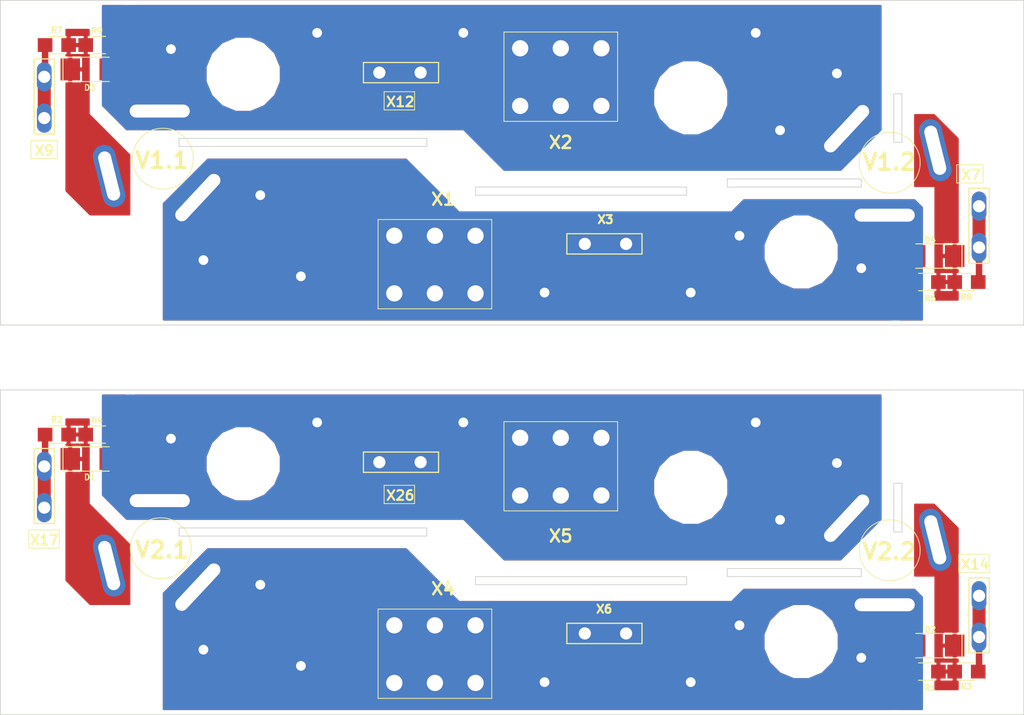
<source format=kicad_pcb>
(kicad_pcb (version 20171130) (host pcbnew "(5.0.0)")
  (title_block (title "Tiristorių plokštė SWEGON") (date 2018-11-05) (rev 3) (company "VENTMATIKA, UAB"))
  (layers (0 F.Cu signal) (31 B.Cu signal hide) (34 B.Paste user hide) (35 F.Paste user hide) (36 B.SilkS user hide) (37 F.SilkS user) (38 B.Mask user hide) (39 F.Mask user) (44 Edge.Cuts user))
  (net 0 "")
  (net 1 "Net-(D1-Pad1)")
  (net 2 /CTRL1A)
  (net 3 /CTRL1B)
  (net 4 /CTRL3A)
  (net 5 "Net-(D4-Pad1)")
  (net 6 "Net-(D2-Pad1)")
  (net 7 "Net-(D3-Pad1)")
  (net 8 /LD1)
  (net 9 /PH1)
  (net 10 /LD3)
  (net 11 /PH3)
  (net 12 /CTRL3B)
  (module disc:D_MELF (layer F.Cu) (at 209.1 126.5 180)
    (fp_text reference D2 (at 0.6 2 180) (layer F.SilkS) (effects (font (size 0.7 0.7))))
    (fp_text value LL4007 hide)
    (fp_line (start -3.3 1.5) (end 2.4 1.5) (layer F.SilkS) (width 0.12))
    (fp_line (start -3.3 -1.5) (end -3.3 1.5) (layer F.SilkS) (width 0.12))
    (fp_line (start 2.4 -1.5) (end -3.3 -1.5) (layer F.SilkS) (width 0.12))
    (pad 2 smd rect (at 2.4 0 180) (size 2.4 2.7) (layers F.Cu F.Paste F.Mask) (net 10 /LD3) (thermal_gap 0.3))
    (pad 1 smd rect (at -2.4 0 180) (size 2.4 2.7) (layers F.Cu F.Paste F.Mask) (net 6 "Net-(D2-Pad1)"))
  )
  (module mech:Faston_6.3x0.8x14 (layer F.Cu) (at 214.5 122.9 90)
    (fp_text reference X14 (at 6.4 -0.5 180) (layer F.SilkS) (effects (font (size 1.2 1.2) (thickness 0.25))))
    (fp_text value Faston_6.3x08x14 hide)
    (fp_line (start -4.5 -1.25) (end 4.75 -1.25) (layer F.SilkS) (width 0.15))
    (fp_line (start 4.75 -1.25) (end 4.75 1.25) (layer F.SilkS) (width 0.15))
    (fp_line (start 4.75 1.25) (end -4.5 1.25) (layer F.SilkS) (width 0.15))
    (fp_line (start -4.5 1.25) (end -4.5 -1.25) (layer F.SilkS) (width 0.15))
    (pad 1 thru_hole oval (at 2.54 0 90) (size 3.6 1.8) (drill 1.5) (layers *.Cu *.Mask) (net 12 /CTRL3B))
    (pad 1 thru_hole oval (at -2.54 0 90) (size 3.6 1.8) (drill 1.5) (layers *.Cu *.Mask) (net 12 /CTRL3B))
  )
  (module Mounting_Holes:MountingHole_6mm (layer F.Cu) (at 179 107)
    (fp_text reference REF** hide)
    (fp_text value MountingHole_6mm hide)
    (pad "" np_thru_hole circle (at 0 0) (size 8 8) (drill 8) (layers *.Cu *.Mask))
  )
  (module mech:Faston_6.3x0.8x14 (layer F.Cu) (at 143.2 103.9)
    (fp_text reference X26 (at 0.04 4.1) (layer F.SilkS) (effects (font (size 1.2 1.2) (thickness 0.25))))
    (fp_text value Faston_6.3x08x14 hide)
    (fp_line (start -4.5 1.25) (end -4.5 -1.25) (layer F.SilkS) (width 0.15))
    (fp_line (start 4.75 1.25) (end -4.5 1.25) (layer F.SilkS) (width 0.15))
    (fp_line (start 4.75 -1.25) (end 4.75 1.25) (layer F.SilkS) (width 0.15))
    (fp_line (start -4.5 -1.25) (end 4.75 -1.25) (layer F.SilkS) (width 0.15))
    (pad 1 thru_hole oval (at -2.54 0) (size 3.6 1.8) (drill 1.5) (layers *.Cu *.Mask) (net 11 /PH3))
    (pad 1 thru_hole oval (at 2.54 0) (size 3.6 1.8) (drill 1.5) (layers *.Cu *.Mask) (net 11 /PH3))
  )
  (module disc:RD91 (layer F.Cu) (at 113.7 115 47)
    (fp_text reference V2.1 (at 0.355806 -0.058329 180) (layer F.SilkS) (effects (font (size 2 2) (thickness 0.4))))
    (fp_text value BTW67 hide)
    (pad 3 thru_hole oval (at 4.6 -4.4) (size 8.8 2.8) (drill oval 7.4 1.6) (layers *.Cu *.Mask) (net 11 /PH3))
    (pad 1 thru_hole oval (at 0 6.3 47) (size 8.8 2.8) (drill oval 7.4 1.6) (layers *.Cu *.Mask) (net 10 /LD3))
    (pad 2 thru_hole oval (at -5.500001 -3.5 14) (size 2.8 7.8) (drill oval 1.6 6.2) (layers *.Cu *.Mask) (net 1 "Net-(D1-Pad1)"))
  )
  (module disc:RD91 (layer F.Cu) (at 202.8 115.1 227)
    (fp_text reference V2.2 (at -0.578385 -0.339811) (layer F.SilkS) (effects (font (size 2 2) (thickness 0.4))))
    (fp_text value BTW67 hide)
    (pad 3 thru_hole oval (at 4.6 -4.4 180) (size 8.8 2.8) (drill oval 7.4 1.6) (layers *.Cu *.Mask) (net 10 /LD3))
    (pad 1 thru_hole oval (at 0 6.3 227) (size 8.8 2.8) (drill oval 7.4 1.6) (layers *.Cu *.Mask) (net 11 /PH3))
    (pad 2 thru_hole oval (at -5.500001 -3.5 194) (size 2.8 7.8) (drill oval 1.6 6.2) (layers *.Cu *.Mask) (net 6 "Net-(D2-Pad1)"))
  )
  (module Mounting_Holes:MountingHole_6mm (layer F.Cu) (at 123.9 104.1)
    (fp_text reference REF** hide)
    (fp_text value MountingHole_6mm hide)
    (pad "" np_thru_hole circle (at 0 0) (size 8 8) (drill 8) (layers *.Cu *.Mask))
  )
  (module mech:Faston_6.3x0.8x14 (layer F.Cu) (at 168.5 125 180)
    (fp_text reference X6 (at 0.16 3 180) (layer F.SilkS) (effects (font (thickness 0.25))))
    (fp_text value Faston_6.3x08x14 hide)
    (fp_line (start -4.5 1.25) (end -4.5 -1.25) (layer F.SilkS) (width 0.15))
    (fp_line (start 4.75 1.25) (end -4.5 1.25) (layer F.SilkS) (width 0.15))
    (fp_line (start 4.75 -1.25) (end 4.75 1.25) (layer F.SilkS) (width 0.15))
    (fp_line (start -4.5 -1.25) (end 4.75 -1.25) (layer F.SilkS) (width 0.15))
    (pad 1 thru_hole oval (at -2.54 0 180) (size 3.6 1.8) (drill 1.5) (layers *.Cu *.Mask) (net 10 /LD3))
    (pad 1 thru_hole oval (at 2.54 0 180) (size 3.6 1.8) (drill 1.5) (layers *.Cu *.Mask) (net 10 /LD3))
  )
  (module Mounting_Holes:MountingHole_6mm (layer F.Cu) (at 103.4 126)
    (fp_text reference REF** hide)
    (fp_text value MountingHole_6mm hide)
    (pad "" np_thru_hole circle (at 0 0) (size 8 8) (drill 8) (layers *.Cu *.Mask))
  )
  (module Wire_Pads:SolderWirePad_single_1mmDrill (layer F.Cu) (at 185 124)
    (fp_text reference H1 hide)
    (fp_text value Conn_01x01 hide)
    (pad 1 thru_hole circle (at 0 0) (size 2.49936 2.49936) (drill 1.2) (layers *.Cu *.Mask) (net 10 /LD3))
  )
  (module Wire_Pads:SolderWirePad_single_1mmDrill (layer F.Cu) (at 179 131)
    (fp_text reference H1 hide)
    (fp_text value Conn_01x01 hide)
    (pad 1 thru_hole circle (at 0 0) (size 2.49936 2.49936) (drill 1.2) (layers *.Cu *.Mask) (net 10 /LD3))
  )
  (module Wire_Pads:SolderWirePad_single_1mmDrill (layer F.Cu) (at 161 131)
    (fp_text reference H1 hide)
    (fp_text value Conn_01x01 hide)
    (pad 1 thru_hole circle (at 0 0) (size 2.49936 2.49936) (drill 1.2) (layers *.Cu *.Mask) (net 10 /LD3))
  )
  (module Wire_Pads:SolderWirePad_single_1mmDrill (layer F.Cu) (at 126 119)
    (fp_text reference H1 hide)
    (fp_text value Conn_01x01 hide)
    (pad 1 thru_hole circle (at 0 0) (size 2.49936 2.49936) (drill 1.2) (layers *.Cu *.Mask) (net 10 /LD3))
  )
  (module Wire_Pads:SolderWirePad_single_1mmDrill (layer F.Cu) (at 131 129)
    (fp_text reference H1 hide)
    (fp_text value Conn_01x01 hide)
    (pad 1 thru_hole circle (at 0 0) (size 2.49936 2.49936) (drill 1.2) (layers *.Cu *.Mask) (net 10 /LD3))
  )
  (module Wire_Pads:SolderWirePad_single_1mmDrill (layer F.Cu) (at 190 111)
    (fp_text reference H2 hide)
    (fp_text value Conn_01x01 hide)
    (pad 1 thru_hole circle (at 0 0) (size 2.49936 2.49936) (drill 1.2) (layers *.Cu *.Mask) (net 11 /PH3))
  )
  (module Wire_Pads:SolderWirePad_single_1mmDrill (layer F.Cu) (at 200 128)
    (fp_text reference H1 hide)
    (fp_text value Conn_01x01 hide)
    (pad 1 thru_hole circle (at 0 0) (size 2.49936 2.49936) (drill 1.2) (layers *.Cu *.Mask) (net 10 /LD3))
  )
  (module Wire_Pads:SolderWirePad_single_1mmDrill (layer F.Cu) (at 197 104)
    (fp_text reference H2 hide)
    (fp_text value Conn_01x01 hide)
    (pad 1 thru_hole circle (at 0 0) (size 2.49936 2.49936) (drill 1.2) (layers *.Cu *.Mask) (net 11 /PH3))
  )
  (module mech:Faston_6.3x0.8x14 (layer F.Cu) (at 99.4 106.96 90)
    (fp_text reference X17 (at -6.54 0 180) (layer F.SilkS) (effects (font (size 1.2 1.2) (thickness 0.25))))
    (fp_text value Faston_6.3x08x14 hide)
    (fp_line (start -4.5 1.25) (end -4.5 -1.25) (layer F.SilkS) (width 0.15))
    (fp_line (start 4.75 1.25) (end -4.5 1.25) (layer F.SilkS) (width 0.15))
    (fp_line (start 4.75 -1.25) (end 4.75 1.25) (layer F.SilkS) (width 0.15))
    (fp_line (start -4.5 -1.25) (end 4.75 -1.25) (layer F.SilkS) (width 0.15))
    (pad 1 thru_hole oval (at -2.54 0 90) (size 3.6 1.8) (drill 1.5) (layers *.Cu *.Mask) (net 4 /CTRL3A))
    (pad 1 thru_hole oval (at 2.54 0 90) (size 3.6 1.8) (drill 1.5) (layers *.Cu *.Mask) (net 4 /CTRL3A))
  )
  (module resistors:R_1206 (layer F.Cu) (at 208.05 129.7)
    (fp_text reference R1 (at 0.45 2) (layer F.SilkS) (effects (font (size 0.7 0.7))))
    (fp_text value 1k hide)
    (fp_line (start -1 -1.07) (end 1 -1.07) (layer F.SilkS) (width 0.12))
    (fp_line (start 1 1.07) (end -1 1.07) (layer F.SilkS) (width 0.12))
    (pad 2 smd rect (at 1.45 0) (size 1.8 1.7) (layers F.Cu F.Paste F.Mask) (net 6 "Net-(D2-Pad1)"))
    (pad 1 smd rect (at -1.45 0) (size 1.8 1.7) (layers F.Cu F.Paste F.Mask) (net 10 /LD3) (thermal_gap 0.3))
  )
  (module mech:Solder_Terminal_M3 (layer F.Cu) (at 158 107.9)
    (fp_text reference X5 (at 5 5.1 180) (layer F.SilkS) (effects (font (size 1.5 1.5) (thickness 0.3))))
    (fp_text value PH3 hide)
    (fp_line (start -2 2) (end -2 -9) (layer F.SilkS) (width 0.1))
    (fp_line (start 12 2) (end -2 2) (layer F.SilkS) (width 0.1))
    (fp_line (start 12 -9) (end 12 2) (layer F.SilkS) (width 0.1))
    (fp_line (start -2 -9) (end 12 -9) (layer F.SilkS) (width 0.1))
    (pad 1 thru_hole circle (at 10 0.1) (size 2.8 2.8) (drill 2) (layers *.Cu *.Mask) (net 11 /PH3))
    (pad 1 thru_hole circle (at 5 0.1) (size 2.8 2.8) (drill 2) (layers *.Cu *.Mask) (net 11 /PH3))
    (pad 1 thru_hole circle (at 0 0.1) (size 2.8 2.8) (drill 2) (layers *.Cu *.Mask) (net 11 /PH3))
    (pad 1 thru_hole circle (at 10 -7) (size 2.8 2.8) (drill 2) (layers *.Cu *.Mask) (net 11 /PH3))
    (pad 1 thru_hole circle (at 5 -7) (size 2.8 2.8) (drill 2) (layers *.Cu *.Mask) (net 11 /PH3))
    (pad 1 thru_hole circle (at 0 -7) (size 2.8 2.8) (drill 2) (layers *.Cu *.Mask) (net 11 /PH3))
  )
  (module mech:Solder_Terminal_M3 (layer F.Cu) (at 142.5 131)
    (fp_text reference X4 (at 6 -11.5 180) (layer F.SilkS) (effects (font (size 1.5 1.5) (thickness 0.3))))
    (fp_text value LD3 hide)
    (fp_line (start -2 -9) (end 12 -9) (layer F.SilkS) (width 0.1))
    (fp_line (start 12 -9) (end 12 2) (layer F.SilkS) (width 0.1))
    (fp_line (start 12 2) (end -2 2) (layer F.SilkS) (width 0.1))
    (fp_line (start -2 2) (end -2 -9) (layer F.SilkS) (width 0.1))
    (pad 1 thru_hole circle (at 0 -7) (size 2.8 2.8) (drill 2) (layers *.Cu *.Mask) (net 10 /LD3))
    (pad 1 thru_hole circle (at 5 -7) (size 2.8 2.8) (drill 2) (layers *.Cu *.Mask) (net 10 /LD3))
    (pad 1 thru_hole circle (at 10 -7) (size 2.8 2.8) (drill 2) (layers *.Cu *.Mask) (net 10 /LD3))
    (pad 1 thru_hole circle (at 0 0.1) (size 2.8 2.8) (drill 2) (layers *.Cu *.Mask) (net 10 /LD3))
    (pad 1 thru_hole circle (at 5 0.1) (size 2.8 2.8) (drill 2) (layers *.Cu *.Mask) (net 10 /LD3))
    (pad 1 thru_hole circle (at 10 0.1) (size 2.8 2.8) (drill 2) (layers *.Cu *.Mask) (net 10 /LD3))
  )
  (module resistors:R_1206 (layer F.Cu) (at 105.95 100.5 180)
    (fp_text reference R4 (at 0.05 1.75 180) (layer F.SilkS) (effects (font (size 0.7 0.7))))
    (fp_text value 1k hide)
    (fp_line (start 1 1.07) (end -1 1.07) (layer F.SilkS) (width 0.12))
    (fp_line (start -1 -1.07) (end 1 -1.07) (layer F.SilkS) (width 0.12))
    (pad 1 smd rect (at -1.45 0 180) (size 1.8 1.7) (layers F.Cu F.Paste F.Mask) (net 11 /PH3))
    (pad 2 smd rect (at 1.45 0 180) (size 1.8 1.7) (layers F.Cu F.Paste F.Mask) (net 1 "Net-(D1-Pad1)"))
  )
  (module disc:D_MELF (layer F.Cu) (at 105 103.5)
    (fp_text reference D1 (at 0 2.25) (layer F.SilkS) (effects (font (size 0.7 0.7))))
    (fp_text value LL4007 hide)
    (fp_line (start 2.4 -1.5) (end -3.3 -1.5) (layer F.SilkS) (width 0.12))
    (fp_line (start -3.3 -1.5) (end -3.3 1.5) (layer F.SilkS) (width 0.12))
    (fp_line (start -3.3 1.5) (end 2.4 1.5) (layer F.SilkS) (width 0.12))
    (pad 1 smd rect (at -2.4 0) (size 2.4 2.7) (layers F.Cu F.Paste F.Mask) (net 1 "Net-(D1-Pad1)"))
    (pad 2 smd rect (at 2.4 0) (size 2.4 2.7) (layers F.Cu F.Paste F.Mask) (net 11 /PH3))
  )
  (module resistors:R_1206 (layer F.Cu) (at 100.95 100.5)
    (fp_text reference R2 (at 0 -1.85) (layer F.SilkS) (effects (font (size 0.7 0.7))))
    (fp_text value 470R hide)
    (fp_line (start 1 1.07) (end -1 1.07) (layer F.SilkS) (width 0.12))
    (fp_line (start -1 -1.07) (end 1 -1.07) (layer F.SilkS) (width 0.12))
    (pad 1 smd rect (at -1.45 0) (size 1.8 1.7) (layers F.Cu F.Paste F.Mask) (net 4 /CTRL3A))
    (pad 2 smd rect (at 1.45 0) (size 1.8 1.7) (layers F.Cu F.Paste F.Mask) (net 1 "Net-(D1-Pad1)"))
  )
  (module resistors:R_1206 (layer F.Cu) (at 212.95 129.7 180)
    (fp_text reference R3 (at 0 -1.85 180) (layer F.SilkS) (effects (font (size 0.7 0.7))))
    (fp_text value 470R hide)
    (fp_line (start -1 -1.07) (end 1 -1.07) (layer F.SilkS) (width 0.12))
    (fp_line (start 1 1.07) (end -1 1.07) (layer F.SilkS) (width 0.12))
    (pad 2 smd rect (at 1.45 0 180) (size 1.8 1.7) (layers F.Cu F.Paste F.Mask) (net 6 "Net-(D2-Pad1)"))
    (pad 1 smd rect (at -1.45 0 180) (size 1.8 1.7) (layers F.Cu F.Paste F.Mask) (net 12 /CTRL3B))
  )
  (module Wire_Pads:SolderWirePad_single_1mmDrill (layer F.Cu) (at 119 127)
    (fp_text reference H1 hide)
    (fp_text value Conn_01x01 hide)
    (pad 1 thru_hole circle (at 0 0) (size 2.49936 2.49936) (drill 1.2) (layers *.Cu *.Mask) (net 10 /LD3))
  )
  (module Wire_Pads:SolderWirePad_single_1mmDrill (layer F.Cu) (at 151 99)
    (fp_text reference H2 hide)
    (fp_text value Conn_01x01 hide)
    (pad 1 thru_hole circle (at 0 0) (size 2.49936 2.49936) (drill 1.2) (layers *.Cu *.Mask) (net 11 /PH3))
  )
  (module Wire_Pads:SolderWirePad_single_1mmDrill (layer F.Cu) (at 133 99)
    (fp_text reference H2 hide)
    (fp_text value Conn_01x01 hide)
    (pad 1 thru_hole circle (at 0 0) (size 2.49936 2.49936) (drill 1.2) (layers *.Cu *.Mask) (net 11 /PH3))
  )
  (module Wire_Pads:SolderWirePad_single_1mmDrill (layer F.Cu) (at 187 99)
    (fp_text reference H2 hide)
    (fp_text value Conn_01x01 hide)
    (pad 1 thru_hole circle (at 0 0) (size 2.49936 2.49936) (drill 1.2) (layers *.Cu *.Mask) (net 11 /PH3))
  )
  (module Wire_Pads:SolderWirePad_single_1mmDrill (layer F.Cu) (at 115 101)
    (fp_text reference H2 hide)
    (fp_text value Conn_01x01 hide)
    (pad 1 thru_hole circle (at 0 0) (size 2.49936 2.49936) (drill 1.2) (layers *.Cu *.Mask) (net 11 /PH3))
  )
  (module Mounting_Holes:MountingHole_6mm (layer F.Cu) (at 213 104.2)
    (fp_text reference REF** hide)
    (fp_text value MountingHole_6mm hide)
    (pad "" np_thru_hole circle (at 0 0) (size 8 8) (drill 8) (layers *.Cu *.Mask))
  )
  (module Mounting_Holes:MountingHole_6mm (layer F.Cu) (at 192.6 126)
    (fp_text reference REF** hide)
    (fp_text value MountingHole_6mm hide)
    (pad "" np_thru_hole circle (at 0 0) (size 8 8) (drill 8) (layers *.Cu *.Mask))
  )
  (module Wire_Pads:SolderWirePad_single_1mmDrill (layer F.Cu) (at 115 53)
    (fp_text reference H2 hide)
    (fp_text value Conn_01x01 hide)
    (pad 1 thru_hole circle (at 0 0) (size 2.49936 2.49936) (drill 1.2) (layers *.Cu *.Mask) (net 9 /PH1))
  )
  (module Wire_Pads:SolderWirePad_single_1mmDrill (layer F.Cu) (at 133 51)
    (fp_text reference H2 hide)
    (fp_text value Conn_01x01 hide)
    (pad 1 thru_hole circle (at 0 0) (size 2.49936 2.49936) (drill 1.2) (layers *.Cu *.Mask) (net 9 /PH1))
  )
  (module Wire_Pads:SolderWirePad_single_1mmDrill (layer F.Cu) (at 151 51)
    (fp_text reference H2 hide)
    (fp_text value Conn_01x01 hide)
    (pad 1 thru_hole circle (at 0 0) (size 2.49936 2.49936) (drill 1.2) (layers *.Cu *.Mask) (net 9 /PH1))
  )
  (module Wire_Pads:SolderWirePad_single_1mmDrill (layer F.Cu) (at 187 51)
    (fp_text reference H2 hide)
    (fp_text value Conn_01x01 hide)
    (pad 1 thru_hole circle (at 0 0) (size 2.49936 2.49936) (drill 1.2) (layers *.Cu *.Mask) (net 9 /PH1))
  )
  (module Wire_Pads:SolderWirePad_single_1mmDrill (layer F.Cu) (at 190 63)
    (fp_text reference H2 hide)
    (fp_text value Conn_01x01 hide)
    (pad 1 thru_hole circle (at 0 0) (size 2.49936 2.49936) (drill 1.2) (layers *.Cu *.Mask) (net 9 /PH1))
  )
  (module Wire_Pads:SolderWirePad_single_1mmDrill (layer F.Cu) (at 200 80)
    (fp_text reference H1 hide)
    (fp_text value Conn_01x01 hide)
    (pad 1 thru_hole circle (at 0 0) (size 2.49936 2.49936) (drill 1.2) (layers *.Cu *.Mask) (net 8 /LD1))
  )
  (module Wire_Pads:SolderWirePad_single_1mmDrill (layer F.Cu) (at 185 76)
    (fp_text reference H1 hide)
    (fp_text value Conn_01x01 hide)
    (pad 1 thru_hole circle (at 0 0) (size 2.49936 2.49936) (drill 1.2) (layers *.Cu *.Mask) (net 8 /LD1))
  )
  (module Wire_Pads:SolderWirePad_single_1mmDrill (layer F.Cu) (at 179 83)
    (fp_text reference H1 hide)
    (fp_text value Conn_01x01 hide)
    (pad 1 thru_hole circle (at 0 0) (size 2.49936 2.49936) (drill 1.2) (layers *.Cu *.Mask) (net 8 /LD1))
  )
  (module Wire_Pads:SolderWirePad_single_1mmDrill (layer F.Cu) (at 161 83)
    (fp_text reference H1 hide)
    (fp_text value Conn_01x01 hide)
    (pad 1 thru_hole circle (at 0 0) (size 2.49936 2.49936) (drill 1.2) (layers *.Cu *.Mask) (net 8 /LD1))
  )
  (module Wire_Pads:SolderWirePad_single_1mmDrill (layer F.Cu) (at 131 81)
    (fp_text reference H1 hide)
    (fp_text value Conn_01x01 hide)
    (pad 1 thru_hole circle (at 0 0) (size 2.49936 2.49936) (drill 1.2) (layers *.Cu *.Mask) (net 8 /LD1))
  )
  (module Wire_Pads:SolderWirePad_single_1mmDrill (layer F.Cu) (at 126 71)
    (fp_text reference H1 hide)
    (fp_text value Conn_01x01 hide)
    (pad 1 thru_hole circle (at 0 0) (size 2.49936 2.49936) (drill 1.2) (layers *.Cu *.Mask) (net 8 /LD1))
  )
  (module Mounting_Holes:MountingHole_6mm (layer F.Cu) (at 213 56.2)
    (fp_text reference REF** hide)
    (fp_text value MountingHole_6mm hide)
    (pad "" np_thru_hole circle (at 0 0) (size 8 8) (drill 8) (layers *.Cu *.Mask))
  )
  (module Mounting_Holes:MountingHole_6mm (layer F.Cu) (at 192.6 78)
    (fp_text reference REF** hide)
    (fp_text value MountingHole_6mm hide)
    (pad "" np_thru_hole circle (at 0 0) (size 8 8) (drill 8) (layers *.Cu *.Mask))
  )
  (module mech:Faston_6.3x0.8x14 (layer F.Cu) (at 168.5 77 180)
    (fp_text reference X3 (at 0 3 180) (layer F.SilkS) (effects (font (thickness 0.25))))
    (fp_text value Faston_6.3x08x14 hide)
    (fp_line (start -4.5 -1.25) (end 4.75 -1.25) (layer F.SilkS) (width 0.15))
    (fp_line (start 4.75 -1.25) (end 4.75 1.25) (layer F.SilkS) (width 0.15))
    (fp_line (start 4.75 1.25) (end -4.5 1.25) (layer F.SilkS) (width 0.15))
    (fp_line (start -4.5 1.25) (end -4.5 -1.25) (layer F.SilkS) (width 0.15))
    (pad 1 thru_hole oval (at 2.54 0 180) (size 3.6 1.8) (drill 1.5) (layers *.Cu *.Mask) (net 8 /LD1))
    (pad 1 thru_hole oval (at -2.54 0 180) (size 3.6 1.8) (drill 1.5) (layers *.Cu *.Mask) (net 8 /LD1))
  )
  (module disc:RD91 (layer F.Cu) (at 202.8 67.1 227)
    (fp_text reference V1.2 (at -0.578385 -0.339811) (layer F.SilkS) (effects (font (size 2 2) (thickness 0.4))))
    (fp_text value BTW67 hide)
    (pad 2 thru_hole oval (at -5.500001 -3.5 194) (size 2.8 7.8) (drill oval 1.6 6.2) (layers *.Cu *.Mask) (net 5 "Net-(D4-Pad1)"))
    (pad 1 thru_hole oval (at 0 6.3 227) (size 8.8 2.8) (drill oval 7.4 1.6) (layers *.Cu *.Mask) (net 9 /PH1))
    (pad 3 thru_hole oval (at 4.6 -4.4 180) (size 8.8 2.8) (drill oval 7.4 1.6) (layers *.Cu *.Mask) (net 8 /LD1))
  )
  (module Mounting_Holes:MountingHole_6mm (layer F.Cu) (at 179 59)
    (fp_text reference REF** hide)
    (fp_text value MountingHole_6mm hide)
    (pad "" np_thru_hole circle (at 0 0) (size 8 8) (drill 8) (layers *.Cu *.Mask))
  )
  (module Mounting_Holes:MountingHole_6mm (layer F.Cu) (at 103.4 78)
    (fp_text reference REF** hide)
    (fp_text value MountingHole_6mm hide)
    (pad "" np_thru_hole circle (at 0 0) (size 8 8) (drill 8) (layers *.Cu *.Mask))
  )
  (module Mounting_Holes:MountingHole_6mm (layer F.Cu) (at 123.9 56.1)
    (fp_text reference REF** hide)
    (fp_text value MountingHole_6mm hide)
    (pad "" np_thru_hole circle (at 0 0) (size 8 8) (drill 8) (layers *.Cu *.Mask))
  )
  (module disc:RD91 (layer F.Cu) (at 113.7 67 47)
    (fp_text reference V1.1 (at 0.355806 -0.058329 180) (layer F.SilkS) (effects (font (size 2 2) (thickness 0.4))))
    (fp_text value BTW67 hide)
    (pad 2 thru_hole oval (at -5.500001 -3.5 14) (size 2.8 7.8) (drill oval 1.6 6.2) (layers *.Cu *.Mask) (net 7 "Net-(D3-Pad1)"))
    (pad 1 thru_hole oval (at 0 6.3 47) (size 8.8 2.8) (drill oval 7.4 1.6) (layers *.Cu *.Mask) (net 8 /LD1))
    (pad 3 thru_hole oval (at 4.6 -4.4) (size 8.8 2.8) (drill oval 7.4 1.6) (layers *.Cu *.Mask) (net 9 /PH1))
  )
  (module disc:D_MELF (layer F.Cu) (at 209.1 78.5 180)
    (fp_text reference D4 (at 0.6 2 180) (layer F.SilkS) (effects (font (size 0.7 0.7))))
    (fp_text value LL4007 hide)
    (fp_line (start 2.4 -1.5) (end -3.3 -1.5) (layer F.SilkS) (width 0.12))
    (fp_line (start -3.3 -1.5) (end -3.3 1.5) (layer F.SilkS) (width 0.12))
    (fp_line (start -3.3 1.5) (end 2.4 1.5) (layer F.SilkS) (width 0.12))
    (pad 1 smd rect (at -2.4 0 180) (size 2.4 2.7) (layers F.Cu F.Paste F.Mask) (net 5 "Net-(D4-Pad1)"))
    (pad 2 smd rect (at 2.4 0 180) (size 2.4 2.7) (layers F.Cu F.Paste F.Mask) (net 8 /LD1) (thermal_gap 0.3))
  )
  (module mech:Faston_6.3x0.8x14 (layer F.Cu) (at 214.5 74.9 90)
    (fp_text reference X7 (at 6.4 -1 180) (layer F.SilkS) (effects (font (size 1.2 1.2) (thickness 0.25))))
    (fp_text value Faston_6.3x08x14 hide)
    (fp_line (start -4.5 1.25) (end -4.5 -1.25) (layer F.SilkS) (width 0.15))
    (fp_line (start 4.75 1.25) (end -4.5 1.25) (layer F.SilkS) (width 0.15))
    (fp_line (start 4.75 -1.25) (end 4.75 1.25) (layer F.SilkS) (width 0.15))
    (fp_line (start -4.5 -1.25) (end 4.75 -1.25) (layer F.SilkS) (width 0.15))
    (pad 1 thru_hole oval (at -2.54 0 90) (size 3.6 1.8) (drill 1.5) (layers *.Cu *.Mask) (net 3 /CTRL1B))
    (pad 1 thru_hole oval (at 2.54 0 90) (size 3.6 1.8) (drill 1.5) (layers *.Cu *.Mask) (net 3 /CTRL1B))
  )
  (module mech:Faston_6.3x0.8x14 (layer F.Cu) (at 143.2 55.9)
    (fp_text reference X12 (at 0.04 3.6) (layer F.SilkS) (effects (font (size 1.2 1.2) (thickness 0.25))))
    (fp_text value Faston_6.3x08x14 hide)
    (fp_line (start -4.5 -1.25) (end 4.75 -1.25) (layer F.SilkS) (width 0.15))
    (fp_line (start 4.75 -1.25) (end 4.75 1.25) (layer F.SilkS) (width 0.15))
    (fp_line (start 4.75 1.25) (end -4.5 1.25) (layer F.SilkS) (width 0.15))
    (fp_line (start -4.5 1.25) (end -4.5 -1.25) (layer F.SilkS) (width 0.15))
    (pad 1 thru_hole oval (at 2.54 0) (size 3.6 1.8) (drill 1.5) (layers *.Cu *.Mask) (net 9 /PH1))
    (pad 1 thru_hole oval (at -2.54 0) (size 3.6 1.8) (drill 1.5) (layers *.Cu *.Mask) (net 9 /PH1))
  )
  (module disc:D_MELF (layer F.Cu) (at 105 55.5)
    (fp_text reference D3 (at 0 2.25) (layer F.SilkS) (effects (font (size 0.7 0.7))))
    (fp_text value LL4007 hide)
    (fp_line (start -3.3 1.5) (end 2.4 1.5) (layer F.SilkS) (width 0.12))
    (fp_line (start -3.3 -1.5) (end -3.3 1.5) (layer F.SilkS) (width 0.12))
    (fp_line (start 2.4 -1.5) (end -3.3 -1.5) (layer F.SilkS) (width 0.12))
    (pad 2 smd rect (at 2.4 0) (size 2.4 2.7) (layers F.Cu F.Paste F.Mask) (net 9 /PH1))
    (pad 1 smd rect (at -2.4 0) (size 2.4 2.7) (layers F.Cu F.Paste F.Mask) (net 7 "Net-(D3-Pad1)"))
  )
  (module resistors:R_1206 (layer F.Cu) (at 208.05 81.7)
    (fp_text reference R6 (at 0.45 2) (layer F.SilkS) (effects (font (size 0.7 0.7))))
    (fp_text value 1k hide)
    (fp_line (start 1 1.07) (end -1 1.07) (layer F.SilkS) (width 0.12))
    (fp_line (start -1 -1.07) (end 1 -1.07) (layer F.SilkS) (width 0.12))
    (pad 1 smd rect (at -1.45 0) (size 1.8 1.7) (layers F.Cu F.Paste F.Mask) (net 8 /LD1) (thermal_gap 0.3))
    (pad 2 smd rect (at 1.45 0) (size 1.8 1.7) (layers F.Cu F.Paste F.Mask) (net 5 "Net-(D4-Pad1)"))
  )
  (module resistors:R_1206 (layer F.Cu) (at 212.95 81.7 180)
    (fp_text reference R8 (at 0 -1.85 180) (layer F.SilkS) (effects (font (size 0.7 0.7))))
    (fp_text value 470R hide)
    (fp_line (start 1 1.07) (end -1 1.07) (layer F.SilkS) (width 0.12))
    (fp_line (start -1 -1.07) (end 1 -1.07) (layer F.SilkS) (width 0.12))
    (pad 1 smd rect (at -1.45 0 180) (size 1.8 1.7) (layers F.Cu F.Paste F.Mask) (net 3 /CTRL1B))
    (pad 2 smd rect (at 1.45 0 180) (size 1.8 1.7) (layers F.Cu F.Paste F.Mask) (net 5 "Net-(D4-Pad1)"))
  )
  (module resistors:R_1206 (layer F.Cu) (at 100.95 52.5)
    (fp_text reference R7 (at 0 -1.85) (layer F.SilkS) (effects (font (size 0.7 0.7))))
    (fp_text value 470R hide)
    (fp_line (start -1 -1.07) (end 1 -1.07) (layer F.SilkS) (width 0.12))
    (fp_line (start 1 1.07) (end -1 1.07) (layer F.SilkS) (width 0.12))
    (pad 2 smd rect (at 1.45 0) (size 1.8 1.7) (layers F.Cu F.Paste F.Mask) (net 7 "Net-(D3-Pad1)"))
    (pad 1 smd rect (at -1.45 0) (size 1.8 1.7) (layers F.Cu F.Paste F.Mask) (net 2 /CTRL1A))
  )
  (module resistors:R_1206 (layer F.Cu) (at 105.95 52.5 180)
    (fp_text reference R9 (at 0.05 1.75 180) (layer F.SilkS) (effects (font (size 0.7 0.7))))
    (fp_text value 1k hide)
    (fp_line (start -1 -1.07) (end 1 -1.07) (layer F.SilkS) (width 0.12))
    (fp_line (start 1 1.07) (end -1 1.07) (layer F.SilkS) (width 0.12))
    (pad 2 smd rect (at 1.45 0 180) (size 1.8 1.7) (layers F.Cu F.Paste F.Mask) (net 7 "Net-(D3-Pad1)"))
    (pad 1 smd rect (at -1.45 0 180) (size 1.8 1.7) (layers F.Cu F.Paste F.Mask) (net 9 /PH1))
  )
  (module mech:Faston_6.3x0.8x14 (layer F.Cu) (at 99.4 58.96 90)
    (fp_text reference X9 (at -6.54 0 180) (layer F.SilkS) (effects (font (size 1.2 1.2) (thickness 0.25))))
    (fp_text value Faston_6.3x08x14 hide)
    (fp_line (start -4.5 -1.25) (end 4.75 -1.25) (layer F.SilkS) (width 0.15))
    (fp_line (start 4.75 -1.25) (end 4.75 1.25) (layer F.SilkS) (width 0.15))
    (fp_line (start 4.75 1.25) (end -4.5 1.25) (layer F.SilkS) (width 0.15))
    (fp_line (start -4.5 1.25) (end -4.5 -1.25) (layer F.SilkS) (width 0.15))
    (pad 1 thru_hole oval (at 2.54 0 90) (size 3.6 1.8) (drill 1.5) (layers *.Cu *.Mask) (net 2 /CTRL1A))
    (pad 1 thru_hole oval (at -2.54 0 90) (size 3.6 1.8) (drill 1.5) (layers *.Cu *.Mask) (net 2 /CTRL1A))
  )
  (module mech:Solder_Terminal_M3 (layer F.Cu) (at 142.5 83)
    (fp_text reference X1 (at 6 -11.5 180) (layer F.SilkS) (effects (font (size 1.5 1.5) (thickness 0.3))))
    (fp_text value LD1 hide)
    (fp_line (start -2 2) (end -2 -9) (layer F.SilkS) (width 0.1))
    (fp_line (start 12 2) (end -2 2) (layer F.SilkS) (width 0.1))
    (fp_line (start 12 -9) (end 12 2) (layer F.SilkS) (width 0.1))
    (fp_line (start -2 -9) (end 12 -9) (layer F.SilkS) (width 0.1))
    (pad 1 thru_hole circle (at 10 0.1) (size 2.8 2.8) (drill 2) (layers *.Cu *.Mask) (net 8 /LD1))
    (pad 1 thru_hole circle (at 5 0.1) (size 2.8 2.8) (drill 2) (layers *.Cu *.Mask) (net 8 /LD1))
    (pad 1 thru_hole circle (at 0 0.1) (size 2.8 2.8) (drill 2) (layers *.Cu *.Mask) (net 8 /LD1))
    (pad 1 thru_hole circle (at 10 -7) (size 2.8 2.8) (drill 2) (layers *.Cu *.Mask) (net 8 /LD1))
    (pad 1 thru_hole circle (at 5 -7) (size 2.8 2.8) (drill 2) (layers *.Cu *.Mask) (net 8 /LD1))
    (pad 1 thru_hole circle (at 0 -7) (size 2.8 2.8) (drill 2) (layers *.Cu *.Mask) (net 8 /LD1))
  )
  (module mech:Solder_Terminal_M3 (layer F.Cu) (at 158 59.9)
    (fp_text reference X2 (at 5 4.6 180) (layer F.SilkS) (effects (font (size 1.5 1.5) (thickness 0.3))))
    (fp_text value PH1 hide)
    (fp_line (start -2 -9) (end 12 -9) (layer F.SilkS) (width 0.1))
    (fp_line (start 12 -9) (end 12 2) (layer F.SilkS) (width 0.1))
    (fp_line (start 12 2) (end -2 2) (layer F.SilkS) (width 0.1))
    (fp_line (start -2 2) (end -2 -9) (layer F.SilkS) (width 0.1))
    (pad 1 thru_hole circle (at 0 -7) (size 2.8 2.8) (drill 2) (layers *.Cu *.Mask) (net 9 /PH1))
    (pad 1 thru_hole circle (at 5 -7) (size 2.8 2.8) (drill 2) (layers *.Cu *.Mask) (net 9 /PH1))
    (pad 1 thru_hole circle (at 10 -7) (size 2.8 2.8) (drill 2) (layers *.Cu *.Mask) (net 9 /PH1))
    (pad 1 thru_hole circle (at 0 0.1) (size 2.8 2.8) (drill 2) (layers *.Cu *.Mask) (net 9 /PH1))
    (pad 1 thru_hole circle (at 5 0.1) (size 2.8 2.8) (drill 2) (layers *.Cu *.Mask) (net 9 /PH1))
    (pad 1 thru_hole circle (at 10 0.1) (size 2.8 2.8) (drill 2) (layers *.Cu *.Mask) (net 9 /PH1))
  )
  (module Wire_Pads:SolderWirePad_single_1mmDrill (layer F.Cu) (at 119 79)
    (fp_text reference H1 hide)
    (fp_text value Conn_01x01 hide)
    (pad 1 thru_hole circle (at 0 0) (size 2.49936 2.49936) (drill 1.2) (layers *.Cu *.Mask) (net 8 /LD1))
  )
  (module Wire_Pads:SolderWirePad_single_1mmDrill (layer F.Cu) (at 197 56)
    (fp_text reference H2 hide)
    (fp_text value Conn_01x01 hide)
    (pad 1 thru_hole circle (at 0 0) (size 2.49936 2.49936) (drill 1.2) (layers *.Cu *.Mask) (net 9 /PH1))
  )
  (gr_line (start 145 58.25) (end 145 60.5) (layer F.SilkS) (width 0.1))
  (gr_line (start 141.25 60.5) (end 141.25 58.25) (layer F.SilkS) (width 0.1))
  (gr_line (start 141.25 58.25) (end 145 58.25) (layer F.SilkS) (width 0.1))
  (gr_line (start 145 60.5) (end 141.25 60.5) (layer F.SilkS) (width 0.1))
  (gr_line (start 145 106.75) (end 145 109) (layer F.SilkS) (width 0.1))
  (gr_line (start 141.25 106.75) (end 145 106.75) (layer F.SilkS) (width 0.1))
  (gr_line (start 141.25 109) (end 141.25 106.75) (layer F.SilkS) (width 0.1))
  (gr_line (start 145 109) (end 141.25 109) (layer F.SilkS) (width 0.1))
  (gr_circle (center 113.75 114.5) (end 116 117.5) (layer F.SilkS) (width 0.1))
  (gr_circle (center 203.5 114.75) (end 205.75 117.75) (layer F.SilkS) (width 0.1))
  (gr_circle (center 203.5 67) (end 205.75 70) (layer F.SilkS) (width 0.1))
  (gr_circle (center 114 66.5) (end 116.25 69.5) (layer F.SilkS) (width 0.1))
  (gr_line (start 215.75 115.25) (end 215.75 117.5) (layer F.SilkS) (width 0.1))
  (gr_line (start 212 115.25) (end 215.75 115.25) (layer F.SilkS) (width 0.1))
  (gr_line (start 212 117.5) (end 212 115.25) (layer F.SilkS) (width 0.1))
  (gr_line (start 215.75 117.5) (end 212 117.5) (layer F.SilkS) (width 0.1))
  (gr_line (start 211.75 69.5) (end 211.75 67.25) (layer F.SilkS) (width 0.1))
  (gr_line (start 215 67.25) (end 215 69.5) (layer F.SilkS) (width 0.1))
  (gr_line (start 215 69.5) (end 211.75 69.5) (layer F.SilkS) (width 0.1))
  (gr_line (start 211.75 67.25) (end 215 67.25) (layer F.SilkS) (width 0.1))
  (gr_line (start 97.5 114.5) (end 97.5 112.25) (layer F.SilkS) (width 0.1))
  (gr_line (start 101.25 112.25) (end 101.25 114.5) (layer F.SilkS) (width 0.1))
  (gr_line (start 101.25 114.5) (end 97.5 114.5) (layer F.SilkS) (width 0.1))
  (gr_line (start 97.5 112.25) (end 101.25 112.25) (layer F.SilkS) (width 0.1))
  (gr_line (start 97.75 66.5) (end 97.75 64.25) (layer F.SilkS) (width 0.1))
  (gr_line (start 101 66.5) (end 97.75 66.5) (layer F.SilkS) (width 0.1))
  (gr_line (start 101 64.25) (end 101 66.5) (layer F.SilkS) (width 0.1))
  (gr_line (start 97.75 64.25) (end 101 64.25) (layer F.SilkS) (width 0.1))
  (gr_line (start 200 118) (end 183.5 118) (layer Edge.Cuts) (width 0.1))
  (gr_line (start 204 112.5) (end 205 112.5) (layer Edge.Cuts) (width 0.1))
  (gr_line (start 200 117) (end 200 118) (layer Edge.Cuts) (width 0.1))
  (gr_line (start 205 106.5) (end 205 112.5) (layer Edge.Cuts) (width 0.1))
  (gr_line (start 204 106.5) (end 205 106.5) (layer Edge.Cuts) (width 0.1))
  (gr_line (start 183.5 118) (end 183.5 117) (layer Edge.Cuts) (width 0.1))
  (gr_line (start 152.5 119) (end 152.5 118) (layer Edge.Cuts) (width 0.1))
  (gr_line (start 178.5 119) (end 152.5 119) (layer Edge.Cuts) (width 0.1))
  (gr_line (start 178.5 118) (end 178.5 119) (layer Edge.Cuts) (width 0.1))
  (gr_line (start 152.5 118) (end 178.5 118) (layer Edge.Cuts) (width 0.1))
  (gr_line (start 116 112) (end 116 113) (layer Edge.Cuts) (width 0.1))
  (gr_line (start 146.5 113) (end 116 113) (layer Edge.Cuts) (width 0.1))
  (gr_line (start 146.5 112) (end 146.5 113) (layer Edge.Cuts) (width 0.1))
  (gr_line (start 116 112) (end 146.5 112) (layer Edge.Cuts) (width 0.1))
  (gr_line (start 220 135) (end 94 135) (layer Edge.Cuts) (width 0.1))
  (gr_line (start 94 95) (end 220 95) (layer Edge.Cuts) (width 0.1))
  (gr_line (start 220 95) (end 220 135) (layer Edge.Cuts) (width 0.1))
  (gr_line (start 204 112.5) (end 204 106.5) (layer Edge.Cuts) (width 0.1))
  (gr_line (start 183.5 117) (end 200 117) (layer Edge.Cuts) (width 0.1))
  (gr_line (start 94 135) (end 94 95) (layer Edge.Cuts) (width 0.1))
  (gr_line (start 204 64.5) (end 205 64.5) (layer Edge.Cuts) (width 0.1))
  (gr_line (start 200 69) (end 200 70) (layer Edge.Cuts) (width 0.1))
  (gr_line (start 183.5 70) (end 183.5 69) (layer Edge.Cuts) (width 0.1))
  (gr_line (start 200 70) (end 183.5 70) (layer Edge.Cuts) (width 0.1))
  (gr_line (start 205 58.5) (end 205 64.5) (layer Edge.Cuts) (width 0.1))
  (gr_line (start 204 58.5) (end 205 58.5) (layer Edge.Cuts) (width 0.1))
  (gr_line (start 204 64.5) (end 204 58.5) (layer Edge.Cuts) (width 0.1))
  (gr_line (start 183.5 69) (end 200 69) (layer Edge.Cuts) (width 0.1))
  (gr_line (start 152.5 71) (end 152.5 70) (layer Edge.Cuts) (width 0.1))
  (gr_line (start 178.5 71) (end 152.5 71) (layer Edge.Cuts) (width 0.1))
  (gr_line (start 178.5 70) (end 178.5 71) (layer Edge.Cuts) (width 0.1))
  (gr_line (start 152.5 70) (end 178.5 70) (layer Edge.Cuts) (width 0.1))
  (gr_line (start 116 64) (end 116 65) (layer Edge.Cuts) (width 0.1))
  (gr_line (start 146.5 65) (end 116 65) (layer Edge.Cuts) (width 0.1))
  (gr_line (start 146.5 64) (end 146.5 65) (layer Edge.Cuts) (width 0.1))
  (gr_line (start 116 64) (end 146.5 64) (layer Edge.Cuts) (width 0.1))
  (gr_line (start 94 87) (end 94 47) (layer Edge.Cuts) (width 0.1))
  (gr_line (start 220 87) (end 94 87) (layer Edge.Cuts) (width 0.1))
  (gr_line (start 220 47) (end 220 87) (layer Edge.Cuts) (width 0.1))
  (gr_line (start 94 47) (end 220 47) (layer Edge.Cuts) (width 0.1))
  (segment (start 99.4 61.5) (end 99.4 56.5) (width 1.6) (layer F.Cu) (net 2))
  (segment (start 99.5 52.5) (end 99.5 56.4) (width 0.8) (layer F.Cu) (net 2))
  (segment (start 214.4 77.6) (end 214.5 77.5) (width 0.25) (layer F.Cu) (net 3))
  (segment (start 214.5 72.36) (end 214.5 77.4) (width 1.6) (layer F.Cu) (net 3))
  (segment (start 214.5 77.7) (end 214.4 77.6) (width 0.8) (layer F.Cu) (net 3))
  (segment (start 214.4 81.7) (end 214.5 81.6) (width 0.8) (layer F.Cu) (net 3))
  (segment (start 214.5 81.6) (end 214.5 77.7) (width 0.8) (layer F.Cu) (net 3))
  (segment (start 99.4 109.5) (end 99.4 104.5) (width 1.6) (layer F.Cu) (net 4))
  (segment (start 99.5 100.5) (end 99.5 104.4) (width 0.8) (layer F.Cu) (net 4))
  (segment (start 214.4 125.6) (end 214.5 125.5) (width 0.25) (layer F.Cu) (net 12))
  (segment (start 214.5 125.7) (end 214.4 125.6) (width 0.8) (layer F.Cu) (net 12))
  (segment (start 214.4 129.7) (end 214.5 129.6) (width 0.8) (layer F.Cu) (net 12))
  (segment (start 214.5 129.6) (end 214.5 125.7) (width 0.8) (layer F.Cu) (net 12))
  (segment (start 214.5 120.36) (end 214.5 125.4) (width 1.6) (layer F.Cu) (net 12))
  (zone (net 8) (net_name /LD1) (layer F.Cu) (connect_pads (clearance 0.508)) (min_thickness 0.254) (fill yes (arc_segments 16) (thermal_gap 0.508) (thermal_bridge_width 0.508))
    (polygon (pts (xy 204.7 87) (xy 204.7 75.5) (xy 203.8 75.5) (xy 203.8 87) (xy 114 86.9) (xy 114 72) (xy 119.5 66.5) (xy 144 66.5) (xy 150.5 73) (xy 184 73) (xy 185.5 71.5) (xy 206.6 71.5) (xy 207.6 72.5) (xy 207.6 87)))
  )
  (zone (net 5) (net_name "Net-(D4-Pad1)") (layer F.Cu) (connect_pads (clearance 0.508)) (min_thickness 0.254) (fill yes (arc_segments 16) (thermal_gap 0.254) (thermal_bridge_width 0.508))
    (polygon (pts (xy 206.5 61) (xy 209 61) (xy 212 64) (xy 212 84) (xy 209 84) (xy 209 70) (xy 206.5 70)))
  )
  (zone (net 9) (net_name /PH1) (layer F.Cu) (connect_pads (clearance 0.508)) (min_thickness 0.254) (fill yes (arc_segments 16) (thermal_gap 0.254) (thermal_bridge_width 0.508))
    (polygon (pts (xy 106.5 47) (xy 109.5 47) (xy 109.5 58.5) (xy 110.5 58.5) (xy 110.5 47) (xy 202.5 47) (xy 202.5 63) (xy 197.5 68) (xy 156 68) (xy 151 63) (xy 109.5 63) (xy 106.5 60)))
  )
  (zone (net 7) (net_name "Net-(D3-Pad1)") (layer F.Cu) (connect_pads (clearance 0.508)) (min_thickness 0.254) (fill yes (arc_segments 16) (thermal_gap 0.254) (thermal_bridge_width 0.508))
    (polygon (pts (xy 102 50.5) (xy 105 50.5) (xy 105 61) (xy 110 66) (xy 110 73.5) (xy 105 73.5) (xy 102 70.5)))
  )
  (zone (net 9) (net_name /PH1) (layer B.Cu) (connect_pads (clearance 0.508)) (min_thickness 0.254) (fill yes (arc_segments 16) (thermal_gap 0.254) (thermal_bridge_width 0.508))
    (polygon (pts (xy 202.5 47) (xy 202.5 63) (xy 197.5 68) (xy 156 68) (xy 151 63) (xy 109.5 63) (xy 106.5 60) (xy 106.5 47)))
  )
  (zone (net 8) (net_name /LD1) (layer B.Cu) (connect_pads (clearance 0.508)) (min_thickness 0.254) (fill yes (arc_segments 16) (thermal_gap 0.508) (thermal_bridge_width 0.508))
    (polygon (pts (xy 114 86.9) (xy 114 72) (xy 119.5 66.5) (xy 144 66.5) (xy 150.5 73) (xy 184 73) (xy 185.5 71.5) (xy 206.6 71.5) (xy 207.6 72.5) (xy 207.6 87)))
  )
  (zone (net 6) (net_name "Net-(D2-Pad1)") (layer F.Cu) (connect_pads (clearance 0.508)) (min_thickness 0.254) (fill yes (arc_segments 16) (thermal_gap 0.254) (thermal_bridge_width 0.508))
    (polygon (pts (xy 206.5 109) (xy 209 109) (xy 212 112) (xy 212 132) (xy 209 132) (xy 209 118) (xy 206.5 118)))
  )
  (zone (net 10) (net_name /LD3) (layer B.Cu) (connect_pads (clearance 0.508)) (min_thickness 0.254) (fill yes (arc_segments 16) (thermal_gap 0.508) (thermal_bridge_width 0.508))
    (polygon (pts (xy 114 134.9) (xy 114 120) (xy 119.5 114.5) (xy 144 114.5) (xy 150.5 121) (xy 184 121) (xy 185.5 119.5) (xy 206.6 119.5) (xy 207.6 120.5) (xy 207.6 135)))
  )
  (zone (net 10) (net_name /LD3) (layer F.Cu) (connect_pads (clearance 0.508)) (min_thickness 0.254) (fill yes (arc_segments 16) (thermal_gap 0.508) (thermal_bridge_width 0.508))
    (polygon (pts (xy 204.7 135) (xy 204.7 123.5) (xy 203.8 123.5) (xy 203.8 135) (xy 114 134.9) (xy 114 120) (xy 119.5 114.5) (xy 144 114.5) (xy 150.5 121) (xy 184 121) (xy 185.5 119.5) (xy 206.6 119.5) (xy 207.6 120.5) (xy 207.6 135)))
  )
  (zone (net 11) (net_name /PH3) (layer B.Cu) (connect_pads (clearance 0.508)) (min_thickness 0.254) (fill yes (arc_segments 16) (thermal_gap 0.254) (thermal_bridge_width 0.508))
    (polygon (pts (xy 202.5 95) (xy 202.5 111) (xy 197.5 116) (xy 156 116) (xy 151 111) (xy 109.5 111) (xy 106.5 108) (xy 106.5 95)))
  )
  (zone (net 1) (net_name "Net-(D1-Pad1)") (layer F.Cu) (connect_pads (clearance 0.508)) (min_thickness 0.254) (fill yes (arc_segments 16) (thermal_gap 0.254) (thermal_bridge_width 0.508))
    (polygon (pts (xy 102 98.5) (xy 105 98.5) (xy 105 109) (xy 110 114) (xy 110 121.5) (xy 105 121.5) (xy 102 118.5)))
  )
  (zone (net 11) (net_name /PH3) (layer F.Cu) (connect_pads (clearance 0.508)) (min_thickness 0.254) (fill yes (arc_segments 16) (thermal_gap 0.254) (thermal_bridge_width 0.508))
    (polygon (pts (xy 106.5 95) (xy 109.5 95) (xy 109.5 106.5) (xy 110.5 106.5) (xy 110.5 95) (xy 202.5 95) (xy 202.5 111) (xy 197.5 116) (xy 156 116) (xy 151 111) (xy 109.5 111) (xy 106.5 108)))
  )
)
</source>
